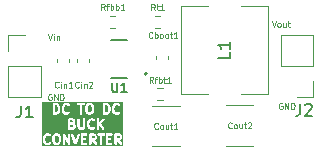
<source format=gbr>
%TF.GenerationSoftware,KiCad,Pcbnew,9.0.2*%
%TF.CreationDate,2025-09-11T23:54:02+05:30*%
%TF.ProjectId,DC_BUCK_CONVERTER,44435f42-5543-44b5-9f43-4f4e56455254,rev?*%
%TF.SameCoordinates,Original*%
%TF.FileFunction,Legend,Top*%
%TF.FilePolarity,Positive*%
%FSLAX46Y46*%
G04 Gerber Fmt 4.6, Leading zero omitted, Abs format (unit mm)*
G04 Created by KiCad (PCBNEW 9.0.2) date 2025-09-11 23:54:02*
%MOMM*%
%LPD*%
G01*
G04 APERTURE LIST*
%ADD10C,0.200000*%
%ADD11C,0.125000*%
%ADD12C,0.100000*%
%ADD13C,0.150000*%
%ADD14C,0.120000*%
%ADD15C,0.127000*%
G04 APERTURE END LIST*
D10*
G36*
X151997907Y-88561976D02*
G01*
X152043036Y-88607105D01*
X152071428Y-88720670D01*
X152071428Y-88962718D01*
X152043036Y-89076283D01*
X151997905Y-89121414D01*
X151957345Y-89141695D01*
X151852178Y-89141695D01*
X151811615Y-89121413D01*
X151766486Y-89076284D01*
X151738094Y-88962717D01*
X151738094Y-88720671D01*
X151766485Y-88607106D01*
X151811616Y-88561975D01*
X151852178Y-88541695D01*
X151957345Y-88541695D01*
X151997907Y-88561976D01*
G37*
G36*
X155083619Y-88561975D02*
G01*
X155098766Y-88577121D01*
X155119047Y-88617683D01*
X155119047Y-88684753D01*
X155098766Y-88725315D01*
X155083619Y-88740461D01*
X155043059Y-88760742D01*
X154861904Y-88760742D01*
X154861904Y-88541695D01*
X155043059Y-88541695D01*
X155083619Y-88561975D01*
G37*
G36*
X157216953Y-88561975D02*
G01*
X157232100Y-88577121D01*
X157252381Y-88617683D01*
X157252381Y-88684753D01*
X157232100Y-88725315D01*
X157216953Y-88740461D01*
X157176393Y-88760742D01*
X156995238Y-88760742D01*
X156995238Y-88541695D01*
X157176393Y-88541695D01*
X157216953Y-88561975D01*
G37*
G36*
X153298360Y-87660188D02*
G01*
X153308292Y-87670120D01*
X153328572Y-87710679D01*
X153328572Y-87777752D01*
X153308292Y-87818311D01*
X153293143Y-87833460D01*
X153252584Y-87853740D01*
X153071429Y-87853740D01*
X153071429Y-87634692D01*
X153221868Y-87634692D01*
X153298360Y-87660188D01*
G37*
G36*
X153255049Y-87274020D02*
G01*
X153270195Y-87289165D01*
X153290476Y-87329727D01*
X153290476Y-87358704D01*
X153270195Y-87399266D01*
X153255049Y-87414411D01*
X153214488Y-87434692D01*
X153071429Y-87434692D01*
X153071429Y-87253740D01*
X153214488Y-87253740D01*
X153255049Y-87274020D01*
G37*
G36*
X151907885Y-85991282D02*
G01*
X151955909Y-86039306D01*
X151981838Y-86091164D01*
X152014286Y-86220952D01*
X152014286Y-86310617D01*
X151981838Y-86440404D01*
X151955908Y-86492264D01*
X151907886Y-86540287D01*
X151831392Y-86565785D01*
X151757143Y-86565785D01*
X151757143Y-85965785D01*
X151831392Y-85965785D01*
X151907885Y-85991282D01*
G37*
G36*
X154797908Y-85986066D02*
G01*
X154843037Y-86031195D01*
X154871429Y-86144760D01*
X154871429Y-86386808D01*
X154843037Y-86500373D01*
X154797906Y-86545504D01*
X154757346Y-86565785D01*
X154652179Y-86565785D01*
X154611616Y-86545503D01*
X154566487Y-86500374D01*
X154538095Y-86386807D01*
X154538095Y-86144761D01*
X154566486Y-86031196D01*
X154611617Y-85986065D01*
X154652179Y-85965785D01*
X154757346Y-85965785D01*
X154797908Y-85986066D01*
G37*
G36*
X156174552Y-85991282D02*
G01*
X156222576Y-86039306D01*
X156248505Y-86091164D01*
X156280953Y-86220952D01*
X156280953Y-86310617D01*
X156248505Y-86440404D01*
X156222575Y-86492264D01*
X156174553Y-86540287D01*
X156098059Y-86565785D01*
X156023810Y-86565785D01*
X156023810Y-85965785D01*
X156098059Y-85965785D01*
X156174552Y-85991282D01*
G37*
G36*
X157552381Y-89441695D02*
G01*
X150638094Y-89441695D01*
X150638094Y-88784552D01*
X150738094Y-88784552D01*
X150738094Y-88898838D01*
X150738429Y-88902241D01*
X150738212Y-88903700D01*
X150739291Y-88910998D01*
X150740015Y-88918347D01*
X150740579Y-88919710D01*
X150741080Y-88923092D01*
X150779176Y-89075473D01*
X150779689Y-89076911D01*
X150779741Y-89077632D01*
X150782844Y-89085742D01*
X150785771Y-89093934D01*
X150786201Y-89094515D01*
X150786747Y-89095940D01*
X150824842Y-89172130D01*
X150830125Y-89180524D01*
X150831137Y-89182966D01*
X150833391Y-89185713D01*
X150835285Y-89188721D01*
X150837281Y-89190452D01*
X150843574Y-89198119D01*
X150919764Y-89274310D01*
X150934917Y-89286747D01*
X150938236Y-89288122D01*
X150940952Y-89290477D01*
X150958852Y-89298468D01*
X151073139Y-89336563D01*
X151082809Y-89338762D01*
X151085252Y-89339774D01*
X151088791Y-89340122D01*
X151092254Y-89340910D01*
X151094887Y-89340722D01*
X151104761Y-89341695D01*
X151180952Y-89341695D01*
X151190825Y-89340722D01*
X151193459Y-89340910D01*
X151196922Y-89340122D01*
X151200461Y-89339774D01*
X151202903Y-89338762D01*
X151212575Y-89336563D01*
X151326860Y-89298468D01*
X151344760Y-89290477D01*
X151347475Y-89288121D01*
X151350794Y-89286747D01*
X151365948Y-89274311D01*
X151404044Y-89236215D01*
X151416480Y-89221061D01*
X151431412Y-89185013D01*
X151431412Y-89145995D01*
X151416480Y-89109947D01*
X151388890Y-89082357D01*
X151352842Y-89067425D01*
X151313824Y-89067425D01*
X151277776Y-89082357D01*
X151262622Y-89094793D01*
X151241217Y-89116197D01*
X151164725Y-89141695D01*
X151120988Y-89141695D01*
X151044493Y-89116197D01*
X150996471Y-89068174D01*
X150970541Y-89016314D01*
X150938094Y-88886527D01*
X150938094Y-88796862D01*
X150960219Y-88708361D01*
X151538094Y-88708361D01*
X151538094Y-88975028D01*
X151538429Y-88978431D01*
X151538212Y-88979890D01*
X151539291Y-88987188D01*
X151540015Y-88994537D01*
X151540579Y-88995900D01*
X151541080Y-88999282D01*
X151579176Y-89151663D01*
X151585771Y-89170124D01*
X151590197Y-89176097D01*
X151593042Y-89182966D01*
X151605479Y-89198119D01*
X151681669Y-89274310D01*
X151689338Y-89280604D01*
X151691069Y-89282600D01*
X151694074Y-89284491D01*
X151696822Y-89286747D01*
X151699263Y-89287758D01*
X151707659Y-89293043D01*
X151783850Y-89331138D01*
X151802159Y-89338144D01*
X151805741Y-89338398D01*
X151809062Y-89339774D01*
X151828571Y-89341695D01*
X151980952Y-89341695D01*
X152000461Y-89339774D01*
X152003781Y-89338398D01*
X152007365Y-89338144D01*
X152025673Y-89331138D01*
X152101863Y-89293043D01*
X152110261Y-89287756D01*
X152112699Y-89286747D01*
X152115442Y-89284495D01*
X152118454Y-89282600D01*
X152120186Y-89280602D01*
X152127853Y-89274311D01*
X152204043Y-89198120D01*
X152216480Y-89182967D01*
X152219325Y-89176097D01*
X152223752Y-89170123D01*
X152230347Y-89151662D01*
X152268442Y-88999281D01*
X152268941Y-88995901D01*
X152269507Y-88994537D01*
X152270230Y-88987185D01*
X152271310Y-88979889D01*
X152271092Y-88978430D01*
X152271428Y-88975028D01*
X152271428Y-88708361D01*
X152271092Y-88704958D01*
X152271310Y-88703500D01*
X152270230Y-88696203D01*
X152269507Y-88688852D01*
X152268941Y-88687487D01*
X152268442Y-88684108D01*
X152230347Y-88531727D01*
X152223752Y-88513266D01*
X152219325Y-88507292D01*
X152216480Y-88500422D01*
X152204043Y-88485269D01*
X152160468Y-88441695D01*
X152414285Y-88441695D01*
X152414285Y-89241695D01*
X152416206Y-89261204D01*
X152431138Y-89297252D01*
X152458728Y-89324842D01*
X152494776Y-89339774D01*
X152533794Y-89339774D01*
X152569842Y-89324842D01*
X152597432Y-89297252D01*
X152612364Y-89261204D01*
X152614285Y-89241695D01*
X152614285Y-88818250D01*
X152884604Y-89291309D01*
X152887522Y-89295419D01*
X152888281Y-89297252D01*
X152890147Y-89299118D01*
X152895951Y-89307294D01*
X152906465Y-89315436D01*
X152915871Y-89324842D01*
X152921761Y-89327281D01*
X152926800Y-89331184D01*
X152939627Y-89334682D01*
X152951919Y-89339774D01*
X152958295Y-89339774D01*
X152964444Y-89341451D01*
X152977637Y-89339774D01*
X152990937Y-89339774D01*
X152996825Y-89337334D01*
X153003150Y-89336531D01*
X153014699Y-89329930D01*
X153026985Y-89324842D01*
X153031492Y-89320334D01*
X153037027Y-89317172D01*
X153045169Y-89306657D01*
X153054575Y-89297252D01*
X153057014Y-89291361D01*
X153060917Y-89286323D01*
X153064415Y-89273494D01*
X153069507Y-89261204D01*
X153070489Y-89251226D01*
X153071184Y-89248680D01*
X153070933Y-89246712D01*
X153071428Y-89241695D01*
X153071428Y-88454202D01*
X153138879Y-88454202D01*
X153143226Y-88473318D01*
X153409893Y-89273318D01*
X153417884Y-89291218D01*
X153422567Y-89296617D01*
X153425762Y-89303007D01*
X153435233Y-89311222D01*
X153443449Y-89320694D01*
X153449838Y-89323888D01*
X153455238Y-89328572D01*
X153467135Y-89332537D01*
X153478348Y-89338144D01*
X153485475Y-89338650D01*
X153492254Y-89340910D01*
X153504761Y-89340021D01*
X153517268Y-89340910D01*
X153524046Y-89338650D01*
X153531174Y-89338144D01*
X153542390Y-89332535D01*
X153554284Y-89328571D01*
X153559681Y-89323890D01*
X153566073Y-89320694D01*
X153574291Y-89311218D01*
X153583760Y-89303006D01*
X153586953Y-89296619D01*
X153591638Y-89291218D01*
X153599629Y-89273318D01*
X153866295Y-88473318D01*
X153870642Y-88454202D01*
X153869753Y-88441695D01*
X153938094Y-88441695D01*
X153938094Y-89241695D01*
X153940015Y-89261204D01*
X153954947Y-89297252D01*
X153982537Y-89324842D01*
X154018585Y-89339774D01*
X154038094Y-89341695D01*
X154419046Y-89341695D01*
X154438555Y-89339774D01*
X154474603Y-89324842D01*
X154502193Y-89297252D01*
X154517125Y-89261204D01*
X154517125Y-89222186D01*
X154502193Y-89186138D01*
X154474603Y-89158548D01*
X154438555Y-89143616D01*
X154419046Y-89141695D01*
X154138094Y-89141695D01*
X154138094Y-88922647D01*
X154304760Y-88922647D01*
X154324269Y-88920726D01*
X154360317Y-88905794D01*
X154387907Y-88878204D01*
X154402839Y-88842156D01*
X154402839Y-88803138D01*
X154387907Y-88767090D01*
X154360317Y-88739500D01*
X154324269Y-88724568D01*
X154304760Y-88722647D01*
X154138094Y-88722647D01*
X154138094Y-88541695D01*
X154419046Y-88541695D01*
X154438555Y-88539774D01*
X154474603Y-88524842D01*
X154502193Y-88497252D01*
X154517125Y-88461204D01*
X154517125Y-88441695D01*
X154661904Y-88441695D01*
X154661904Y-89241695D01*
X154663825Y-89261204D01*
X154678757Y-89297252D01*
X154706347Y-89324842D01*
X154742395Y-89339774D01*
X154781413Y-89339774D01*
X154817461Y-89324842D01*
X154845051Y-89297252D01*
X154859983Y-89261204D01*
X154861904Y-89241695D01*
X154861904Y-88960742D01*
X154900315Y-88960742D01*
X155137124Y-89299041D01*
X155149885Y-89313922D01*
X155182790Y-89334890D01*
X155221214Y-89341671D01*
X155259309Y-89333232D01*
X155291274Y-89310857D01*
X155312243Y-89277952D01*
X155319023Y-89239527D01*
X155310584Y-89201433D01*
X155300970Y-89184349D01*
X155130400Y-88940678D01*
X155187577Y-88912090D01*
X155195975Y-88906803D01*
X155198413Y-88905794D01*
X155201156Y-88903542D01*
X155204168Y-88901647D01*
X155205900Y-88899649D01*
X155213567Y-88893358D01*
X155251661Y-88855263D01*
X155257953Y-88847596D01*
X155259951Y-88845864D01*
X155261844Y-88842855D01*
X155264098Y-88840110D01*
X155265108Y-88837669D01*
X155270393Y-88829274D01*
X155308489Y-88753083D01*
X155315496Y-88734775D01*
X155315750Y-88731189D01*
X155317126Y-88727870D01*
X155319047Y-88708361D01*
X155319047Y-88594076D01*
X155317126Y-88574567D01*
X155315750Y-88571247D01*
X155315496Y-88567662D01*
X155308489Y-88549354D01*
X155270393Y-88473163D01*
X155265108Y-88464767D01*
X155264098Y-88462327D01*
X155261844Y-88459581D01*
X155259951Y-88456573D01*
X155257953Y-88454840D01*
X155251661Y-88447174D01*
X155226674Y-88422186D01*
X155349539Y-88422186D01*
X155349539Y-88461204D01*
X155364471Y-88497252D01*
X155392061Y-88524842D01*
X155428109Y-88539774D01*
X155447618Y-88541695D01*
X155576189Y-88541695D01*
X155576189Y-89241695D01*
X155578110Y-89261204D01*
X155593042Y-89297252D01*
X155620632Y-89324842D01*
X155656680Y-89339774D01*
X155695698Y-89339774D01*
X155731746Y-89324842D01*
X155759336Y-89297252D01*
X155774268Y-89261204D01*
X155776189Y-89241695D01*
X155776189Y-88541695D01*
X155904761Y-88541695D01*
X155924270Y-88539774D01*
X155960318Y-88524842D01*
X155987908Y-88497252D01*
X156002840Y-88461204D01*
X156002840Y-88441695D01*
X156071428Y-88441695D01*
X156071428Y-89241695D01*
X156073349Y-89261204D01*
X156088281Y-89297252D01*
X156115871Y-89324842D01*
X156151919Y-89339774D01*
X156171428Y-89341695D01*
X156552380Y-89341695D01*
X156571889Y-89339774D01*
X156607937Y-89324842D01*
X156635527Y-89297252D01*
X156650459Y-89261204D01*
X156650459Y-89222186D01*
X156635527Y-89186138D01*
X156607937Y-89158548D01*
X156571889Y-89143616D01*
X156552380Y-89141695D01*
X156271428Y-89141695D01*
X156271428Y-88922647D01*
X156438094Y-88922647D01*
X156457603Y-88920726D01*
X156493651Y-88905794D01*
X156521241Y-88878204D01*
X156536173Y-88842156D01*
X156536173Y-88803138D01*
X156521241Y-88767090D01*
X156493651Y-88739500D01*
X156457603Y-88724568D01*
X156438094Y-88722647D01*
X156271428Y-88722647D01*
X156271428Y-88541695D01*
X156552380Y-88541695D01*
X156571889Y-88539774D01*
X156607937Y-88524842D01*
X156635527Y-88497252D01*
X156650459Y-88461204D01*
X156650459Y-88441695D01*
X156795238Y-88441695D01*
X156795238Y-89241695D01*
X156797159Y-89261204D01*
X156812091Y-89297252D01*
X156839681Y-89324842D01*
X156875729Y-89339774D01*
X156914747Y-89339774D01*
X156950795Y-89324842D01*
X156978385Y-89297252D01*
X156993317Y-89261204D01*
X156995238Y-89241695D01*
X156995238Y-88960742D01*
X157033649Y-88960742D01*
X157270458Y-89299041D01*
X157283219Y-89313922D01*
X157316124Y-89334890D01*
X157354548Y-89341671D01*
X157392643Y-89333232D01*
X157424608Y-89310857D01*
X157445577Y-89277952D01*
X157452357Y-89239527D01*
X157443918Y-89201433D01*
X157434304Y-89184349D01*
X157263734Y-88940678D01*
X157320911Y-88912090D01*
X157329309Y-88906803D01*
X157331747Y-88905794D01*
X157334490Y-88903542D01*
X157337502Y-88901647D01*
X157339234Y-88899649D01*
X157346901Y-88893358D01*
X157384995Y-88855263D01*
X157391287Y-88847596D01*
X157393285Y-88845864D01*
X157395178Y-88842855D01*
X157397432Y-88840110D01*
X157398442Y-88837669D01*
X157403727Y-88829274D01*
X157441823Y-88753083D01*
X157448830Y-88734775D01*
X157449084Y-88731189D01*
X157450460Y-88727870D01*
X157452381Y-88708361D01*
X157452381Y-88594076D01*
X157450460Y-88574567D01*
X157449084Y-88571247D01*
X157448830Y-88567662D01*
X157441823Y-88549354D01*
X157403727Y-88473163D01*
X157398442Y-88464767D01*
X157397432Y-88462327D01*
X157395178Y-88459581D01*
X157393285Y-88456573D01*
X157391287Y-88454840D01*
X157384995Y-88447174D01*
X157346901Y-88409079D01*
X157339234Y-88402787D01*
X157337502Y-88400790D01*
X157334490Y-88398894D01*
X157331747Y-88396643D01*
X157329309Y-88395633D01*
X157320911Y-88390347D01*
X157244721Y-88352252D01*
X157226413Y-88345246D01*
X157222829Y-88344991D01*
X157219509Y-88343616D01*
X157200000Y-88341695D01*
X156895238Y-88341695D01*
X156875729Y-88343616D01*
X156839681Y-88358548D01*
X156812091Y-88386138D01*
X156797159Y-88422186D01*
X156795238Y-88441695D01*
X156650459Y-88441695D01*
X156650459Y-88422186D01*
X156635527Y-88386138D01*
X156607937Y-88358548D01*
X156571889Y-88343616D01*
X156552380Y-88341695D01*
X156171428Y-88341695D01*
X156151919Y-88343616D01*
X156115871Y-88358548D01*
X156088281Y-88386138D01*
X156073349Y-88422186D01*
X156071428Y-88441695D01*
X156002840Y-88441695D01*
X156002840Y-88422186D01*
X155987908Y-88386138D01*
X155960318Y-88358548D01*
X155924270Y-88343616D01*
X155904761Y-88341695D01*
X155447618Y-88341695D01*
X155428109Y-88343616D01*
X155392061Y-88358548D01*
X155364471Y-88386138D01*
X155349539Y-88422186D01*
X155226674Y-88422186D01*
X155213567Y-88409079D01*
X155205900Y-88402787D01*
X155204168Y-88400790D01*
X155201156Y-88398894D01*
X155198413Y-88396643D01*
X155195975Y-88395633D01*
X155187577Y-88390347D01*
X155111387Y-88352252D01*
X155093079Y-88345246D01*
X155089495Y-88344991D01*
X155086175Y-88343616D01*
X155066666Y-88341695D01*
X154761904Y-88341695D01*
X154742395Y-88343616D01*
X154706347Y-88358548D01*
X154678757Y-88386138D01*
X154663825Y-88422186D01*
X154661904Y-88441695D01*
X154517125Y-88441695D01*
X154517125Y-88422186D01*
X154502193Y-88386138D01*
X154474603Y-88358548D01*
X154438555Y-88343616D01*
X154419046Y-88341695D01*
X154038094Y-88341695D01*
X154018585Y-88343616D01*
X153982537Y-88358548D01*
X153954947Y-88386138D01*
X153940015Y-88422186D01*
X153938094Y-88441695D01*
X153869753Y-88441695D01*
X153867876Y-88415282D01*
X153850426Y-88380383D01*
X153820950Y-88354818D01*
X153783934Y-88342480D01*
X153745014Y-88345246D01*
X153710115Y-88362695D01*
X153684550Y-88392172D01*
X153676559Y-88410072D01*
X153504760Y-88925467D01*
X153332962Y-88410072D01*
X153324971Y-88392172D01*
X153299405Y-88362696D01*
X153264507Y-88345246D01*
X153225587Y-88342480D01*
X153188571Y-88354818D01*
X153159095Y-88380384D01*
X153141645Y-88415282D01*
X153138879Y-88454202D01*
X153071428Y-88454202D01*
X153071428Y-88441695D01*
X153069507Y-88422186D01*
X153054575Y-88386138D01*
X153026985Y-88358548D01*
X152990937Y-88343616D01*
X152951919Y-88343616D01*
X152915871Y-88358548D01*
X152888281Y-88386138D01*
X152873349Y-88422186D01*
X152871428Y-88441695D01*
X152871428Y-88865139D01*
X152601109Y-88392081D01*
X152598190Y-88387970D01*
X152597432Y-88386138D01*
X152595565Y-88384271D01*
X152589762Y-88376096D01*
X152579247Y-88367953D01*
X152569842Y-88358548D01*
X152563951Y-88356108D01*
X152558913Y-88352206D01*
X152546084Y-88348707D01*
X152533794Y-88343616D01*
X152527419Y-88343616D01*
X152521270Y-88341939D01*
X152508077Y-88343616D01*
X152494776Y-88343616D01*
X152488887Y-88346055D01*
X152482563Y-88346859D01*
X152471013Y-88353459D01*
X152458728Y-88358548D01*
X152454220Y-88363055D01*
X152448686Y-88366218D01*
X152440543Y-88376732D01*
X152431138Y-88386138D01*
X152428698Y-88392028D01*
X152424796Y-88397067D01*
X152421297Y-88409895D01*
X152416206Y-88422186D01*
X152415223Y-88432163D01*
X152414529Y-88434710D01*
X152414779Y-88436677D01*
X152414285Y-88441695D01*
X152160468Y-88441695D01*
X152127852Y-88409079D01*
X152120185Y-88402786D01*
X152118454Y-88400790D01*
X152115446Y-88398896D01*
X152112699Y-88396642D01*
X152110257Y-88395630D01*
X152101863Y-88390347D01*
X152025673Y-88352252D01*
X152007365Y-88345246D01*
X152003781Y-88344991D01*
X152000461Y-88343616D01*
X151980952Y-88341695D01*
X151828571Y-88341695D01*
X151809062Y-88343616D01*
X151805741Y-88344991D01*
X151802159Y-88345246D01*
X151783850Y-88352252D01*
X151707659Y-88390347D01*
X151699262Y-88395632D01*
X151696823Y-88396643D01*
X151694076Y-88398896D01*
X151691069Y-88400790D01*
X151689338Y-88402784D01*
X151681669Y-88409079D01*
X151605479Y-88485269D01*
X151593043Y-88500423D01*
X151590198Y-88507289D01*
X151585771Y-88513265D01*
X151579176Y-88531726D01*
X151541080Y-88684107D01*
X151540579Y-88687488D01*
X151540015Y-88688852D01*
X151539291Y-88696200D01*
X151538212Y-88703499D01*
X151538429Y-88704957D01*
X151538094Y-88708361D01*
X150960219Y-88708361D01*
X150970541Y-88667074D01*
X150996470Y-88615216D01*
X151044494Y-88567192D01*
X151120988Y-88541695D01*
X151164725Y-88541695D01*
X151241218Y-88567192D01*
X151262623Y-88588596D01*
X151277777Y-88601033D01*
X151313825Y-88615964D01*
X151352843Y-88615963D01*
X151388891Y-88601031D01*
X151416481Y-88573441D01*
X151431412Y-88537393D01*
X151431411Y-88498375D01*
X151416479Y-88462326D01*
X151404043Y-88447173D01*
X151365947Y-88409078D01*
X151350793Y-88396642D01*
X151347474Y-88395267D01*
X151344760Y-88392913D01*
X151326860Y-88384922D01*
X151212575Y-88346827D01*
X151202903Y-88344627D01*
X151200461Y-88343616D01*
X151196922Y-88343267D01*
X151193459Y-88342480D01*
X151190825Y-88342667D01*
X151180952Y-88341695D01*
X151104761Y-88341695D01*
X151094887Y-88342667D01*
X151092254Y-88342480D01*
X151088791Y-88343267D01*
X151085252Y-88343616D01*
X151082809Y-88344627D01*
X151073139Y-88346827D01*
X150958852Y-88384922D01*
X150940952Y-88392913D01*
X150938236Y-88395268D01*
X150934918Y-88396643D01*
X150919764Y-88409079D01*
X150843574Y-88485269D01*
X150837279Y-88492938D01*
X150835285Y-88494669D01*
X150833391Y-88497676D01*
X150831138Y-88500423D01*
X150830127Y-88502862D01*
X150824842Y-88511259D01*
X150786747Y-88587450D01*
X150786201Y-88588874D01*
X150785771Y-88589456D01*
X150782841Y-88597656D01*
X150779741Y-88605759D01*
X150779689Y-88606478D01*
X150779176Y-88607917D01*
X150741080Y-88760298D01*
X150740579Y-88763679D01*
X150740015Y-88765043D01*
X150739291Y-88772391D01*
X150738212Y-88779690D01*
X150738429Y-88781148D01*
X150738094Y-88784552D01*
X150638094Y-88784552D01*
X150638094Y-87153740D01*
X152871429Y-87153740D01*
X152871429Y-87953740D01*
X152873350Y-87973249D01*
X152888282Y-88009297D01*
X152915872Y-88036887D01*
X152951920Y-88051819D01*
X152971429Y-88053740D01*
X153276191Y-88053740D01*
X153295700Y-88051819D01*
X153299020Y-88050443D01*
X153302604Y-88050189D01*
X153320912Y-88043183D01*
X153397102Y-88005088D01*
X153405498Y-87999802D01*
X153407939Y-87998792D01*
X153410684Y-87996538D01*
X153413693Y-87994645D01*
X153415424Y-87992648D01*
X153423093Y-87986355D01*
X153461187Y-87948259D01*
X153467479Y-87940591D01*
X153469475Y-87938861D01*
X153471367Y-87935854D01*
X153473624Y-87933105D01*
X153474635Y-87930662D01*
X153479918Y-87922271D01*
X153518014Y-87846082D01*
X153525021Y-87827773D01*
X153525275Y-87824187D01*
X153526651Y-87820868D01*
X153528572Y-87801359D01*
X153528572Y-87687073D01*
X153526651Y-87667564D01*
X153525275Y-87664244D01*
X153525021Y-87660659D01*
X153518014Y-87642350D01*
X153479918Y-87566161D01*
X153474635Y-87557769D01*
X153473624Y-87555327D01*
X153471367Y-87552577D01*
X153469475Y-87549571D01*
X153467479Y-87547840D01*
X153461187Y-87540173D01*
X153435323Y-87514308D01*
X153435528Y-87514060D01*
X153436539Y-87511618D01*
X153441824Y-87503223D01*
X153479919Y-87427032D01*
X153486925Y-87408723D01*
X153487179Y-87405140D01*
X153488555Y-87401820D01*
X153490476Y-87382311D01*
X153490476Y-87306121D01*
X153488555Y-87286612D01*
X153487179Y-87283291D01*
X153486925Y-87279709D01*
X153479919Y-87261400D01*
X153441824Y-87185209D01*
X153436539Y-87176813D01*
X153435528Y-87174372D01*
X153433272Y-87171624D01*
X153431381Y-87168619D01*
X153429385Y-87166888D01*
X153423091Y-87159219D01*
X153417612Y-87153740D01*
X153671429Y-87153740D01*
X153671429Y-87801359D01*
X153673350Y-87820868D01*
X153674725Y-87824188D01*
X153674980Y-87827772D01*
X153681986Y-87846080D01*
X153720081Y-87922270D01*
X153725365Y-87930666D01*
X153726376Y-87933105D01*
X153728629Y-87935850D01*
X153730524Y-87938861D01*
X153732520Y-87940592D01*
X153738812Y-87948259D01*
X153776907Y-87986355D01*
X153784578Y-87992651D01*
X153786308Y-87994645D01*
X153789313Y-87996536D01*
X153792060Y-87998791D01*
X153794500Y-87999801D01*
X153802898Y-88005088D01*
X153879089Y-88043183D01*
X153897398Y-88050189D01*
X153900980Y-88050443D01*
X153904301Y-88051819D01*
X153923810Y-88053740D01*
X154076191Y-88053740D01*
X154095700Y-88051819D01*
X154099020Y-88050443D01*
X154102604Y-88050189D01*
X154120912Y-88043183D01*
X154197102Y-88005088D01*
X154205498Y-87999802D01*
X154207939Y-87998792D01*
X154210684Y-87996538D01*
X154213693Y-87994645D01*
X154215424Y-87992648D01*
X154223093Y-87986355D01*
X154261187Y-87948259D01*
X154267479Y-87940591D01*
X154269475Y-87938861D01*
X154271367Y-87935854D01*
X154273624Y-87933105D01*
X154274635Y-87930662D01*
X154279918Y-87922271D01*
X154318014Y-87846082D01*
X154325021Y-87827773D01*
X154325275Y-87824187D01*
X154326651Y-87820868D01*
X154328572Y-87801359D01*
X154328572Y-87496597D01*
X154471428Y-87496597D01*
X154471428Y-87610883D01*
X154471763Y-87614286D01*
X154471546Y-87615745D01*
X154472625Y-87623043D01*
X154473349Y-87630392D01*
X154473913Y-87631755D01*
X154474414Y-87635137D01*
X154512510Y-87787518D01*
X154513023Y-87788956D01*
X154513075Y-87789677D01*
X154516178Y-87797787D01*
X154519105Y-87805979D01*
X154519535Y-87806560D01*
X154520081Y-87807985D01*
X154558176Y-87884175D01*
X154563459Y-87892569D01*
X154564471Y-87895011D01*
X154566725Y-87897758D01*
X154568619Y-87900766D01*
X154570615Y-87902497D01*
X154576908Y-87910164D01*
X154653098Y-87986355D01*
X154668251Y-87998792D01*
X154671570Y-88000167D01*
X154674286Y-88002522D01*
X154692186Y-88010513D01*
X154806473Y-88048608D01*
X154816143Y-88050807D01*
X154818586Y-88051819D01*
X154822125Y-88052167D01*
X154825588Y-88052955D01*
X154828221Y-88052767D01*
X154838095Y-88053740D01*
X154914286Y-88053740D01*
X154924159Y-88052767D01*
X154926793Y-88052955D01*
X154930256Y-88052167D01*
X154933795Y-88051819D01*
X154936237Y-88050807D01*
X154945909Y-88048608D01*
X155060194Y-88010513D01*
X155078094Y-88002522D01*
X155080809Y-88000166D01*
X155084128Y-87998792D01*
X155099282Y-87986356D01*
X155137378Y-87948260D01*
X155149814Y-87933106D01*
X155164746Y-87897058D01*
X155164746Y-87858040D01*
X155149814Y-87821992D01*
X155122224Y-87794402D01*
X155086176Y-87779470D01*
X155047158Y-87779470D01*
X155011110Y-87794402D01*
X154995956Y-87806838D01*
X154974551Y-87828242D01*
X154898059Y-87853740D01*
X154854322Y-87853740D01*
X154777827Y-87828242D01*
X154729805Y-87780219D01*
X154703875Y-87728359D01*
X154671428Y-87598572D01*
X154671428Y-87508907D01*
X154703875Y-87379119D01*
X154729804Y-87327261D01*
X154777828Y-87279237D01*
X154854322Y-87253740D01*
X154898059Y-87253740D01*
X154974552Y-87279237D01*
X154995957Y-87300641D01*
X155011111Y-87313078D01*
X155047159Y-87328009D01*
X155086177Y-87328008D01*
X155122225Y-87313076D01*
X155149815Y-87285486D01*
X155164746Y-87249438D01*
X155164745Y-87210420D01*
X155149813Y-87174371D01*
X155137377Y-87159218D01*
X155131899Y-87153740D01*
X155309524Y-87153740D01*
X155309524Y-87953740D01*
X155311445Y-87973249D01*
X155326377Y-88009297D01*
X155353967Y-88036887D01*
X155390015Y-88051819D01*
X155429033Y-88051819D01*
X155465081Y-88036887D01*
X155492671Y-88009297D01*
X155507603Y-87973249D01*
X155509524Y-87953740D01*
X155509524Y-87652305D01*
X155512990Y-87648838D01*
X155786667Y-88013740D01*
X155799909Y-88028195D01*
X155833484Y-88048074D01*
X155872110Y-88053592D01*
X155909907Y-88043908D01*
X155941122Y-88020498D01*
X155961001Y-87986923D01*
X155966519Y-87948297D01*
X155956835Y-87910500D01*
X155946667Y-87893740D01*
X155655847Y-87505981D01*
X155937378Y-87224451D01*
X155949814Y-87209297D01*
X155964746Y-87173249D01*
X155964746Y-87134231D01*
X155949814Y-87098183D01*
X155922224Y-87070593D01*
X155886176Y-87055661D01*
X155847158Y-87055661D01*
X155811110Y-87070593D01*
X155795956Y-87083029D01*
X155509524Y-87369461D01*
X155509524Y-87153740D01*
X155507603Y-87134231D01*
X155492671Y-87098183D01*
X155465081Y-87070593D01*
X155429033Y-87055661D01*
X155390015Y-87055661D01*
X155353967Y-87070593D01*
X155326377Y-87098183D01*
X155311445Y-87134231D01*
X155309524Y-87153740D01*
X155131899Y-87153740D01*
X155099281Y-87121123D01*
X155084127Y-87108687D01*
X155080808Y-87107312D01*
X155078094Y-87104958D01*
X155060194Y-87096967D01*
X154945909Y-87058872D01*
X154936237Y-87056672D01*
X154933795Y-87055661D01*
X154930256Y-87055312D01*
X154926793Y-87054525D01*
X154924159Y-87054712D01*
X154914286Y-87053740D01*
X154838095Y-87053740D01*
X154828221Y-87054712D01*
X154825588Y-87054525D01*
X154822125Y-87055312D01*
X154818586Y-87055661D01*
X154816143Y-87056672D01*
X154806473Y-87058872D01*
X154692186Y-87096967D01*
X154674286Y-87104958D01*
X154671570Y-87107313D01*
X154668252Y-87108688D01*
X154653098Y-87121124D01*
X154576908Y-87197314D01*
X154570613Y-87204983D01*
X154568619Y-87206714D01*
X154566725Y-87209721D01*
X154564472Y-87212468D01*
X154563461Y-87214907D01*
X154558176Y-87223304D01*
X154520081Y-87299495D01*
X154519535Y-87300919D01*
X154519105Y-87301501D01*
X154516175Y-87309701D01*
X154513075Y-87317804D01*
X154513023Y-87318523D01*
X154512510Y-87319962D01*
X154474414Y-87472343D01*
X154473913Y-87475724D01*
X154473349Y-87477088D01*
X154472625Y-87484436D01*
X154471546Y-87491735D01*
X154471763Y-87493193D01*
X154471428Y-87496597D01*
X154328572Y-87496597D01*
X154328572Y-87153740D01*
X154326651Y-87134231D01*
X154311719Y-87098183D01*
X154284129Y-87070593D01*
X154248081Y-87055661D01*
X154209063Y-87055661D01*
X154173015Y-87070593D01*
X154145425Y-87098183D01*
X154130493Y-87134231D01*
X154128572Y-87153740D01*
X154128572Y-87777752D01*
X154108292Y-87818311D01*
X154093143Y-87833460D01*
X154052584Y-87853740D01*
X153947417Y-87853740D01*
X153906855Y-87833459D01*
X153891709Y-87818313D01*
X153871429Y-87777752D01*
X153871429Y-87153740D01*
X153869508Y-87134231D01*
X153854576Y-87098183D01*
X153826986Y-87070593D01*
X153790938Y-87055661D01*
X153751920Y-87055661D01*
X153715872Y-87070593D01*
X153688282Y-87098183D01*
X153673350Y-87134231D01*
X153671429Y-87153740D01*
X153417612Y-87153740D01*
X153384997Y-87121124D01*
X153377327Y-87114829D01*
X153375597Y-87112835D01*
X153372589Y-87110941D01*
X153369843Y-87108688D01*
X153367403Y-87107677D01*
X153359007Y-87102392D01*
X153282816Y-87064297D01*
X153264507Y-87057291D01*
X153260924Y-87057036D01*
X153257604Y-87055661D01*
X153238095Y-87053740D01*
X152971429Y-87053740D01*
X152951920Y-87055661D01*
X152915872Y-87070593D01*
X152888282Y-87098183D01*
X152873350Y-87134231D01*
X152871429Y-87153740D01*
X150638094Y-87153740D01*
X150638094Y-85865785D01*
X151557143Y-85865785D01*
X151557143Y-86665785D01*
X151559064Y-86685294D01*
X151573996Y-86721342D01*
X151601586Y-86748932D01*
X151637634Y-86763864D01*
X151657143Y-86765785D01*
X151847619Y-86765785D01*
X151857492Y-86764812D01*
X151860126Y-86765000D01*
X151863589Y-86764212D01*
X151867128Y-86763864D01*
X151869570Y-86762852D01*
X151879242Y-86760653D01*
X151993528Y-86722558D01*
X152011428Y-86714567D01*
X152014143Y-86712212D01*
X152017463Y-86710837D01*
X152032616Y-86698400D01*
X152108806Y-86622209D01*
X152115098Y-86614542D01*
X152117095Y-86612811D01*
X152118988Y-86609803D01*
X152121243Y-86607056D01*
X152122254Y-86604614D01*
X152127538Y-86596220D01*
X152165633Y-86520030D01*
X152166178Y-86518605D01*
X152166609Y-86518024D01*
X152169535Y-86509832D01*
X152172639Y-86501722D01*
X152172690Y-86501001D01*
X152173204Y-86499563D01*
X152211300Y-86347182D01*
X152211800Y-86343800D01*
X152212365Y-86342437D01*
X152213088Y-86335088D01*
X152214168Y-86327790D01*
X152213950Y-86326331D01*
X152214286Y-86322928D01*
X152214286Y-86208642D01*
X152319047Y-86208642D01*
X152319047Y-86322928D01*
X152319382Y-86326331D01*
X152319165Y-86327790D01*
X152320244Y-86335088D01*
X152320968Y-86342437D01*
X152321532Y-86343800D01*
X152322033Y-86347182D01*
X152360129Y-86499563D01*
X152360642Y-86501001D01*
X152360694Y-86501722D01*
X152363797Y-86509832D01*
X152366724Y-86518024D01*
X152367154Y-86518605D01*
X152367700Y-86520030D01*
X152405795Y-86596220D01*
X152411078Y-86604614D01*
X152412090Y-86607056D01*
X152414344Y-86609803D01*
X152416238Y-86612811D01*
X152418234Y-86614542D01*
X152424527Y-86622209D01*
X152500717Y-86698400D01*
X152515870Y-86710837D01*
X152519189Y-86712212D01*
X152521905Y-86714567D01*
X152539805Y-86722558D01*
X152654092Y-86760653D01*
X152663762Y-86762852D01*
X152666205Y-86763864D01*
X152669744Y-86764212D01*
X152673207Y-86765000D01*
X152675840Y-86764812D01*
X152685714Y-86765785D01*
X152761905Y-86765785D01*
X152771778Y-86764812D01*
X152774412Y-86765000D01*
X152777875Y-86764212D01*
X152781414Y-86763864D01*
X152783856Y-86762852D01*
X152793528Y-86760653D01*
X152907813Y-86722558D01*
X152925713Y-86714567D01*
X152928428Y-86712211D01*
X152931747Y-86710837D01*
X152946901Y-86698401D01*
X152984997Y-86660305D01*
X152997433Y-86645151D01*
X153012365Y-86609103D01*
X153012365Y-86570085D01*
X152997433Y-86534037D01*
X152969843Y-86506447D01*
X152933795Y-86491515D01*
X152894777Y-86491515D01*
X152858729Y-86506447D01*
X152843575Y-86518883D01*
X152822170Y-86540287D01*
X152745678Y-86565785D01*
X152701941Y-86565785D01*
X152625446Y-86540287D01*
X152577424Y-86492264D01*
X152551494Y-86440404D01*
X152519047Y-86310617D01*
X152519047Y-86220952D01*
X152551494Y-86091164D01*
X152577423Y-86039306D01*
X152625447Y-85991282D01*
X152701941Y-85965785D01*
X152745678Y-85965785D01*
X152822171Y-85991282D01*
X152843576Y-86012686D01*
X152858730Y-86025123D01*
X152894778Y-86040054D01*
X152933796Y-86040053D01*
X152969844Y-86025121D01*
X152997434Y-85997531D01*
X153012365Y-85961483D01*
X153012364Y-85922465D01*
X152997432Y-85886416D01*
X152984996Y-85871263D01*
X152960008Y-85846276D01*
X153654302Y-85846276D01*
X153654302Y-85885294D01*
X153669234Y-85921342D01*
X153696824Y-85948932D01*
X153732872Y-85963864D01*
X153752381Y-85965785D01*
X153880952Y-85965785D01*
X153880952Y-86665785D01*
X153882873Y-86685294D01*
X153897805Y-86721342D01*
X153925395Y-86748932D01*
X153961443Y-86763864D01*
X154000461Y-86763864D01*
X154036509Y-86748932D01*
X154064099Y-86721342D01*
X154079031Y-86685294D01*
X154080952Y-86665785D01*
X154080952Y-86132451D01*
X154338095Y-86132451D01*
X154338095Y-86399118D01*
X154338430Y-86402521D01*
X154338213Y-86403980D01*
X154339292Y-86411278D01*
X154340016Y-86418627D01*
X154340580Y-86419990D01*
X154341081Y-86423372D01*
X154379177Y-86575753D01*
X154385772Y-86594214D01*
X154390198Y-86600187D01*
X154393043Y-86607056D01*
X154405480Y-86622209D01*
X154481670Y-86698400D01*
X154489339Y-86704694D01*
X154491070Y-86706690D01*
X154494075Y-86708581D01*
X154496823Y-86710837D01*
X154499264Y-86711848D01*
X154507660Y-86717133D01*
X154583851Y-86755228D01*
X154602160Y-86762234D01*
X154605742Y-86762488D01*
X154609063Y-86763864D01*
X154628572Y-86765785D01*
X154780953Y-86765785D01*
X154800462Y-86763864D01*
X154803782Y-86762488D01*
X154807366Y-86762234D01*
X154825674Y-86755228D01*
X154901864Y-86717133D01*
X154910262Y-86711846D01*
X154912700Y-86710837D01*
X154915443Y-86708585D01*
X154918455Y-86706690D01*
X154920187Y-86704692D01*
X154927854Y-86698401D01*
X155004044Y-86622210D01*
X155016481Y-86607057D01*
X155019326Y-86600187D01*
X155023753Y-86594213D01*
X155030348Y-86575752D01*
X155068443Y-86423371D01*
X155068942Y-86419991D01*
X155069508Y-86418627D01*
X155070231Y-86411275D01*
X155071311Y-86403979D01*
X155071093Y-86402520D01*
X155071429Y-86399118D01*
X155071429Y-86132451D01*
X155071093Y-86129048D01*
X155071311Y-86127590D01*
X155070231Y-86120293D01*
X155069508Y-86112942D01*
X155068942Y-86111577D01*
X155068443Y-86108198D01*
X155030348Y-85955817D01*
X155023753Y-85937356D01*
X155019326Y-85931382D01*
X155016481Y-85924512D01*
X155004044Y-85909359D01*
X154960469Y-85865785D01*
X155823810Y-85865785D01*
X155823810Y-86665785D01*
X155825731Y-86685294D01*
X155840663Y-86721342D01*
X155868253Y-86748932D01*
X155904301Y-86763864D01*
X155923810Y-86765785D01*
X156114286Y-86765785D01*
X156124159Y-86764812D01*
X156126793Y-86765000D01*
X156130256Y-86764212D01*
X156133795Y-86763864D01*
X156136237Y-86762852D01*
X156145909Y-86760653D01*
X156260195Y-86722558D01*
X156278095Y-86714567D01*
X156280810Y-86712212D01*
X156284130Y-86710837D01*
X156299283Y-86698400D01*
X156375473Y-86622209D01*
X156381765Y-86614542D01*
X156383762Y-86612811D01*
X156385655Y-86609803D01*
X156387910Y-86607056D01*
X156388921Y-86604614D01*
X156394205Y-86596220D01*
X156432300Y-86520030D01*
X156432845Y-86518605D01*
X156433276Y-86518024D01*
X156436202Y-86509832D01*
X156439306Y-86501722D01*
X156439357Y-86501001D01*
X156439871Y-86499563D01*
X156477967Y-86347182D01*
X156478467Y-86343800D01*
X156479032Y-86342437D01*
X156479755Y-86335088D01*
X156480835Y-86327790D01*
X156480617Y-86326331D01*
X156480953Y-86322928D01*
X156480953Y-86208642D01*
X156585714Y-86208642D01*
X156585714Y-86322928D01*
X156586049Y-86326331D01*
X156585832Y-86327790D01*
X156586911Y-86335088D01*
X156587635Y-86342437D01*
X156588199Y-86343800D01*
X156588700Y-86347182D01*
X156626796Y-86499563D01*
X156627309Y-86501001D01*
X156627361Y-86501722D01*
X156630464Y-86509832D01*
X156633391Y-86518024D01*
X156633821Y-86518605D01*
X156634367Y-86520030D01*
X156672462Y-86596220D01*
X156677745Y-86604614D01*
X156678757Y-86607056D01*
X156681011Y-86609803D01*
X156682905Y-86612811D01*
X156684901Y-86614542D01*
X156691194Y-86622209D01*
X156767384Y-86698400D01*
X156782537Y-86710837D01*
X156785856Y-86712212D01*
X156788572Y-86714567D01*
X156806472Y-86722558D01*
X156920759Y-86760653D01*
X156930429Y-86762852D01*
X156932872Y-86763864D01*
X156936411Y-86764212D01*
X156939874Y-86765000D01*
X156942507Y-86764812D01*
X156952381Y-86765785D01*
X157028572Y-86765785D01*
X157038445Y-86764812D01*
X157041079Y-86765000D01*
X157044542Y-86764212D01*
X157048081Y-86763864D01*
X157050523Y-86762852D01*
X157060195Y-86760653D01*
X157174480Y-86722558D01*
X157192380Y-86714567D01*
X157195095Y-86712211D01*
X157198414Y-86710837D01*
X157213568Y-86698401D01*
X157251664Y-86660305D01*
X157264100Y-86645151D01*
X157279032Y-86609103D01*
X157279032Y-86570085D01*
X157264100Y-86534037D01*
X157236510Y-86506447D01*
X157200462Y-86491515D01*
X157161444Y-86491515D01*
X157125396Y-86506447D01*
X157110242Y-86518883D01*
X157088837Y-86540287D01*
X157012345Y-86565785D01*
X156968608Y-86565785D01*
X156892113Y-86540287D01*
X156844091Y-86492264D01*
X156818161Y-86440404D01*
X156785714Y-86310617D01*
X156785714Y-86220952D01*
X156818161Y-86091164D01*
X156844090Y-86039306D01*
X156892114Y-85991282D01*
X156968608Y-85965785D01*
X157012345Y-85965785D01*
X157088838Y-85991282D01*
X157110243Y-86012686D01*
X157125397Y-86025123D01*
X157161445Y-86040054D01*
X157200463Y-86040053D01*
X157236511Y-86025121D01*
X157264101Y-85997531D01*
X157279032Y-85961483D01*
X157279031Y-85922465D01*
X157264099Y-85886416D01*
X157251663Y-85871263D01*
X157213567Y-85833168D01*
X157198413Y-85820732D01*
X157195094Y-85819357D01*
X157192380Y-85817003D01*
X157174480Y-85809012D01*
X157060195Y-85770917D01*
X157050523Y-85768717D01*
X157048081Y-85767706D01*
X157044542Y-85767357D01*
X157041079Y-85766570D01*
X157038445Y-85766757D01*
X157028572Y-85765785D01*
X156952381Y-85765785D01*
X156942507Y-85766757D01*
X156939874Y-85766570D01*
X156936411Y-85767357D01*
X156932872Y-85767706D01*
X156930429Y-85768717D01*
X156920759Y-85770917D01*
X156806472Y-85809012D01*
X156788572Y-85817003D01*
X156785856Y-85819358D01*
X156782538Y-85820733D01*
X156767384Y-85833169D01*
X156691194Y-85909359D01*
X156684899Y-85917028D01*
X156682905Y-85918759D01*
X156681011Y-85921766D01*
X156678758Y-85924513D01*
X156677747Y-85926952D01*
X156672462Y-85935349D01*
X156634367Y-86011540D01*
X156633821Y-86012964D01*
X156633391Y-86013546D01*
X156630461Y-86021746D01*
X156627361Y-86029849D01*
X156627309Y-86030568D01*
X156626796Y-86032007D01*
X156588700Y-86184388D01*
X156588199Y-86187769D01*
X156587635Y-86189133D01*
X156586911Y-86196481D01*
X156585832Y-86203780D01*
X156586049Y-86205238D01*
X156585714Y-86208642D01*
X156480953Y-86208642D01*
X156480617Y-86205238D01*
X156480835Y-86203780D01*
X156479755Y-86196481D01*
X156479032Y-86189133D01*
X156478467Y-86187769D01*
X156477967Y-86184388D01*
X156439871Y-86032007D01*
X156439357Y-86030568D01*
X156439306Y-86029849D01*
X156436205Y-86021746D01*
X156433276Y-86013546D01*
X156432845Y-86012964D01*
X156432300Y-86011540D01*
X156394205Y-85935349D01*
X156388919Y-85926952D01*
X156387909Y-85924513D01*
X156385655Y-85921766D01*
X156383762Y-85918759D01*
X156381767Y-85917028D01*
X156375473Y-85909359D01*
X156299283Y-85833169D01*
X156284129Y-85820733D01*
X156280810Y-85819358D01*
X156278095Y-85817003D01*
X156260195Y-85809012D01*
X156145909Y-85770917D01*
X156136237Y-85768717D01*
X156133795Y-85767706D01*
X156130256Y-85767357D01*
X156126793Y-85766570D01*
X156124159Y-85766757D01*
X156114286Y-85765785D01*
X155923810Y-85765785D01*
X155904301Y-85767706D01*
X155868253Y-85782638D01*
X155840663Y-85810228D01*
X155825731Y-85846276D01*
X155823810Y-85865785D01*
X154960469Y-85865785D01*
X154927853Y-85833169D01*
X154920186Y-85826876D01*
X154918455Y-85824880D01*
X154915447Y-85822986D01*
X154912700Y-85820732D01*
X154910258Y-85819720D01*
X154901864Y-85814437D01*
X154825674Y-85776342D01*
X154807366Y-85769336D01*
X154803782Y-85769081D01*
X154800462Y-85767706D01*
X154780953Y-85765785D01*
X154628572Y-85765785D01*
X154609063Y-85767706D01*
X154605742Y-85769081D01*
X154602160Y-85769336D01*
X154583851Y-85776342D01*
X154507660Y-85814437D01*
X154499263Y-85819722D01*
X154496824Y-85820733D01*
X154494077Y-85822986D01*
X154491070Y-85824880D01*
X154489339Y-85826874D01*
X154481670Y-85833169D01*
X154405480Y-85909359D01*
X154393044Y-85924513D01*
X154390199Y-85931379D01*
X154385772Y-85937355D01*
X154379177Y-85955816D01*
X154341081Y-86108197D01*
X154340580Y-86111578D01*
X154340016Y-86112942D01*
X154339292Y-86120290D01*
X154338213Y-86127589D01*
X154338430Y-86129047D01*
X154338095Y-86132451D01*
X154080952Y-86132451D01*
X154080952Y-85965785D01*
X154209524Y-85965785D01*
X154229033Y-85963864D01*
X154265081Y-85948932D01*
X154292671Y-85921342D01*
X154307603Y-85885294D01*
X154307603Y-85846276D01*
X154292671Y-85810228D01*
X154265081Y-85782638D01*
X154229033Y-85767706D01*
X154209524Y-85765785D01*
X153752381Y-85765785D01*
X153732872Y-85767706D01*
X153696824Y-85782638D01*
X153669234Y-85810228D01*
X153654302Y-85846276D01*
X152960008Y-85846276D01*
X152946900Y-85833168D01*
X152931746Y-85820732D01*
X152928427Y-85819357D01*
X152925713Y-85817003D01*
X152907813Y-85809012D01*
X152793528Y-85770917D01*
X152783856Y-85768717D01*
X152781414Y-85767706D01*
X152777875Y-85767357D01*
X152774412Y-85766570D01*
X152771778Y-85766757D01*
X152761905Y-85765785D01*
X152685714Y-85765785D01*
X152675840Y-85766757D01*
X152673207Y-85766570D01*
X152669744Y-85767357D01*
X152666205Y-85767706D01*
X152663762Y-85768717D01*
X152654092Y-85770917D01*
X152539805Y-85809012D01*
X152521905Y-85817003D01*
X152519189Y-85819358D01*
X152515871Y-85820733D01*
X152500717Y-85833169D01*
X152424527Y-85909359D01*
X152418232Y-85917028D01*
X152416238Y-85918759D01*
X152414344Y-85921766D01*
X152412091Y-85924513D01*
X152411080Y-85926952D01*
X152405795Y-85935349D01*
X152367700Y-86011540D01*
X152367154Y-86012964D01*
X152366724Y-86013546D01*
X152363794Y-86021746D01*
X152360694Y-86029849D01*
X152360642Y-86030568D01*
X152360129Y-86032007D01*
X152322033Y-86184388D01*
X152321532Y-86187769D01*
X152320968Y-86189133D01*
X152320244Y-86196481D01*
X152319165Y-86203780D01*
X152319382Y-86205238D01*
X152319047Y-86208642D01*
X152214286Y-86208642D01*
X152213950Y-86205238D01*
X152214168Y-86203780D01*
X152213088Y-86196481D01*
X152212365Y-86189133D01*
X152211800Y-86187769D01*
X152211300Y-86184388D01*
X152173204Y-86032007D01*
X152172690Y-86030568D01*
X152172639Y-86029849D01*
X152169538Y-86021746D01*
X152166609Y-86013546D01*
X152166178Y-86012964D01*
X152165633Y-86011540D01*
X152127538Y-85935349D01*
X152122252Y-85926952D01*
X152121242Y-85924513D01*
X152118988Y-85921766D01*
X152117095Y-85918759D01*
X152115100Y-85917028D01*
X152108806Y-85909359D01*
X152032616Y-85833169D01*
X152017462Y-85820733D01*
X152014143Y-85819358D01*
X152011428Y-85817003D01*
X151993528Y-85809012D01*
X151879242Y-85770917D01*
X151869570Y-85768717D01*
X151867128Y-85767706D01*
X151863589Y-85767357D01*
X151860126Y-85766570D01*
X151857492Y-85766757D01*
X151847619Y-85765785D01*
X151657143Y-85765785D01*
X151637634Y-85767706D01*
X151601586Y-85782638D01*
X151573996Y-85810228D01*
X151559064Y-85846276D01*
X151557143Y-85865785D01*
X150638094Y-85865785D01*
X150638094Y-85665785D01*
X157552381Y-85665785D01*
X157552381Y-89441695D01*
G37*
D11*
X171013188Y-85806119D02*
X170965569Y-85782309D01*
X170965569Y-85782309D02*
X170894140Y-85782309D01*
X170894140Y-85782309D02*
X170822712Y-85806119D01*
X170822712Y-85806119D02*
X170775093Y-85853738D01*
X170775093Y-85853738D02*
X170751283Y-85901357D01*
X170751283Y-85901357D02*
X170727474Y-85996595D01*
X170727474Y-85996595D02*
X170727474Y-86068023D01*
X170727474Y-86068023D02*
X170751283Y-86163261D01*
X170751283Y-86163261D02*
X170775093Y-86210880D01*
X170775093Y-86210880D02*
X170822712Y-86258500D01*
X170822712Y-86258500D02*
X170894140Y-86282309D01*
X170894140Y-86282309D02*
X170941759Y-86282309D01*
X170941759Y-86282309D02*
X171013188Y-86258500D01*
X171013188Y-86258500D02*
X171036997Y-86234690D01*
X171036997Y-86234690D02*
X171036997Y-86068023D01*
X171036997Y-86068023D02*
X170941759Y-86068023D01*
X171251283Y-86282309D02*
X171251283Y-85782309D01*
X171251283Y-85782309D02*
X171536997Y-86282309D01*
X171536997Y-86282309D02*
X171536997Y-85782309D01*
X171775093Y-86282309D02*
X171775093Y-85782309D01*
X171775093Y-85782309D02*
X171894141Y-85782309D01*
X171894141Y-85782309D02*
X171965569Y-85806119D01*
X171965569Y-85806119D02*
X172013188Y-85853738D01*
X172013188Y-85853738D02*
X172036998Y-85901357D01*
X172036998Y-85901357D02*
X172060807Y-85996595D01*
X172060807Y-85996595D02*
X172060807Y-86068023D01*
X172060807Y-86068023D02*
X172036998Y-86163261D01*
X172036998Y-86163261D02*
X172013188Y-86210880D01*
X172013188Y-86210880D02*
X171965569Y-86258500D01*
X171965569Y-86258500D02*
X171894141Y-86282309D01*
X171894141Y-86282309D02*
X171775093Y-86282309D01*
X170129855Y-78832309D02*
X170296521Y-79332309D01*
X170296521Y-79332309D02*
X170463188Y-78832309D01*
X170701283Y-79332309D02*
X170653664Y-79308500D01*
X170653664Y-79308500D02*
X170629854Y-79284690D01*
X170629854Y-79284690D02*
X170606045Y-79237071D01*
X170606045Y-79237071D02*
X170606045Y-79094214D01*
X170606045Y-79094214D02*
X170629854Y-79046595D01*
X170629854Y-79046595D02*
X170653664Y-79022785D01*
X170653664Y-79022785D02*
X170701283Y-78998976D01*
X170701283Y-78998976D02*
X170772711Y-78998976D01*
X170772711Y-78998976D02*
X170820330Y-79022785D01*
X170820330Y-79022785D02*
X170844140Y-79046595D01*
X170844140Y-79046595D02*
X170867949Y-79094214D01*
X170867949Y-79094214D02*
X170867949Y-79237071D01*
X170867949Y-79237071D02*
X170844140Y-79284690D01*
X170844140Y-79284690D02*
X170820330Y-79308500D01*
X170820330Y-79308500D02*
X170772711Y-79332309D01*
X170772711Y-79332309D02*
X170701283Y-79332309D01*
X171296521Y-78998976D02*
X171296521Y-79332309D01*
X171082235Y-78998976D02*
X171082235Y-79260880D01*
X171082235Y-79260880D02*
X171106045Y-79308500D01*
X171106045Y-79308500D02*
X171153664Y-79332309D01*
X171153664Y-79332309D02*
X171225092Y-79332309D01*
X171225092Y-79332309D02*
X171272711Y-79308500D01*
X171272711Y-79308500D02*
X171296521Y-79284690D01*
X171463188Y-78998976D02*
X171653664Y-78998976D01*
X171534616Y-78832309D02*
X171534616Y-79260880D01*
X171534616Y-79260880D02*
X171558426Y-79308500D01*
X171558426Y-79308500D02*
X171606045Y-79332309D01*
X171606045Y-79332309D02*
X171653664Y-79332309D01*
X151463188Y-85056119D02*
X151415569Y-85032309D01*
X151415569Y-85032309D02*
X151344140Y-85032309D01*
X151344140Y-85032309D02*
X151272712Y-85056119D01*
X151272712Y-85056119D02*
X151225093Y-85103738D01*
X151225093Y-85103738D02*
X151201283Y-85151357D01*
X151201283Y-85151357D02*
X151177474Y-85246595D01*
X151177474Y-85246595D02*
X151177474Y-85318023D01*
X151177474Y-85318023D02*
X151201283Y-85413261D01*
X151201283Y-85413261D02*
X151225093Y-85460880D01*
X151225093Y-85460880D02*
X151272712Y-85508500D01*
X151272712Y-85508500D02*
X151344140Y-85532309D01*
X151344140Y-85532309D02*
X151391759Y-85532309D01*
X151391759Y-85532309D02*
X151463188Y-85508500D01*
X151463188Y-85508500D02*
X151486997Y-85484690D01*
X151486997Y-85484690D02*
X151486997Y-85318023D01*
X151486997Y-85318023D02*
X151391759Y-85318023D01*
X151701283Y-85532309D02*
X151701283Y-85032309D01*
X151701283Y-85032309D02*
X151986997Y-85532309D01*
X151986997Y-85532309D02*
X151986997Y-85032309D01*
X152225093Y-85532309D02*
X152225093Y-85032309D01*
X152225093Y-85032309D02*
X152344141Y-85032309D01*
X152344141Y-85032309D02*
X152415569Y-85056119D01*
X152415569Y-85056119D02*
X152463188Y-85103738D01*
X152463188Y-85103738D02*
X152486998Y-85151357D01*
X152486998Y-85151357D02*
X152510807Y-85246595D01*
X152510807Y-85246595D02*
X152510807Y-85318023D01*
X152510807Y-85318023D02*
X152486998Y-85413261D01*
X152486998Y-85413261D02*
X152463188Y-85460880D01*
X152463188Y-85460880D02*
X152415569Y-85508500D01*
X152415569Y-85508500D02*
X152344141Y-85532309D01*
X152344141Y-85532309D02*
X152225093Y-85532309D01*
X151179855Y-79932309D02*
X151346521Y-80432309D01*
X151346521Y-80432309D02*
X151513188Y-79932309D01*
X151679854Y-80432309D02*
X151679854Y-80098976D01*
X151679854Y-79932309D02*
X151656045Y-79956119D01*
X151656045Y-79956119D02*
X151679854Y-79979928D01*
X151679854Y-79979928D02*
X151703664Y-79956119D01*
X151703664Y-79956119D02*
X151679854Y-79932309D01*
X151679854Y-79932309D02*
X151679854Y-79979928D01*
X151917949Y-80098976D02*
X151917949Y-80432309D01*
X151917949Y-80146595D02*
X151941759Y-80122785D01*
X151941759Y-80122785D02*
X151989378Y-80098976D01*
X151989378Y-80098976D02*
X152060806Y-80098976D01*
X152060806Y-80098976D02*
X152108425Y-80122785D01*
X152108425Y-80122785D02*
X152132235Y-80170404D01*
X152132235Y-80170404D02*
X152132235Y-80432309D01*
D12*
X160223809Y-77926109D02*
X160057143Y-77688014D01*
X159938095Y-77926109D02*
X159938095Y-77426109D01*
X159938095Y-77426109D02*
X160128571Y-77426109D01*
X160128571Y-77426109D02*
X160176190Y-77449919D01*
X160176190Y-77449919D02*
X160200000Y-77473728D01*
X160200000Y-77473728D02*
X160223809Y-77521347D01*
X160223809Y-77521347D02*
X160223809Y-77592776D01*
X160223809Y-77592776D02*
X160200000Y-77640395D01*
X160200000Y-77640395D02*
X160176190Y-77664204D01*
X160176190Y-77664204D02*
X160128571Y-77688014D01*
X160128571Y-77688014D02*
X159938095Y-77688014D01*
X160366667Y-77592776D02*
X160557143Y-77592776D01*
X160438095Y-77426109D02*
X160438095Y-77854680D01*
X160438095Y-77854680D02*
X160461905Y-77902300D01*
X160461905Y-77902300D02*
X160509524Y-77926109D01*
X160509524Y-77926109D02*
X160557143Y-77926109D01*
X160985714Y-77926109D02*
X160700000Y-77926109D01*
X160842857Y-77926109D02*
X160842857Y-77426109D01*
X160842857Y-77426109D02*
X160795238Y-77497538D01*
X160795238Y-77497538D02*
X160747619Y-77545157D01*
X160747619Y-77545157D02*
X160700000Y-77568966D01*
D13*
X166554819Y-81466666D02*
X166554819Y-81942856D01*
X166554819Y-81942856D02*
X165554819Y-81942856D01*
X166554819Y-80609523D02*
X166554819Y-81180951D01*
X166554819Y-80895237D02*
X165554819Y-80895237D01*
X165554819Y-80895237D02*
X165697676Y-80990475D01*
X165697676Y-80990475D02*
X165792914Y-81085713D01*
X165792914Y-81085713D02*
X165840533Y-81180951D01*
D12*
X160471428Y-87928490D02*
X160447619Y-87952300D01*
X160447619Y-87952300D02*
X160376190Y-87976109D01*
X160376190Y-87976109D02*
X160328571Y-87976109D01*
X160328571Y-87976109D02*
X160257143Y-87952300D01*
X160257143Y-87952300D02*
X160209524Y-87904680D01*
X160209524Y-87904680D02*
X160185714Y-87857061D01*
X160185714Y-87857061D02*
X160161905Y-87761823D01*
X160161905Y-87761823D02*
X160161905Y-87690395D01*
X160161905Y-87690395D02*
X160185714Y-87595157D01*
X160185714Y-87595157D02*
X160209524Y-87547538D01*
X160209524Y-87547538D02*
X160257143Y-87499919D01*
X160257143Y-87499919D02*
X160328571Y-87476109D01*
X160328571Y-87476109D02*
X160376190Y-87476109D01*
X160376190Y-87476109D02*
X160447619Y-87499919D01*
X160447619Y-87499919D02*
X160471428Y-87523728D01*
X160757143Y-87976109D02*
X160709524Y-87952300D01*
X160709524Y-87952300D02*
X160685714Y-87928490D01*
X160685714Y-87928490D02*
X160661905Y-87880871D01*
X160661905Y-87880871D02*
X160661905Y-87738014D01*
X160661905Y-87738014D02*
X160685714Y-87690395D01*
X160685714Y-87690395D02*
X160709524Y-87666585D01*
X160709524Y-87666585D02*
X160757143Y-87642776D01*
X160757143Y-87642776D02*
X160828571Y-87642776D01*
X160828571Y-87642776D02*
X160876190Y-87666585D01*
X160876190Y-87666585D02*
X160900000Y-87690395D01*
X160900000Y-87690395D02*
X160923809Y-87738014D01*
X160923809Y-87738014D02*
X160923809Y-87880871D01*
X160923809Y-87880871D02*
X160900000Y-87928490D01*
X160900000Y-87928490D02*
X160876190Y-87952300D01*
X160876190Y-87952300D02*
X160828571Y-87976109D01*
X160828571Y-87976109D02*
X160757143Y-87976109D01*
X161352381Y-87642776D02*
X161352381Y-87976109D01*
X161138095Y-87642776D02*
X161138095Y-87904680D01*
X161138095Y-87904680D02*
X161161905Y-87952300D01*
X161161905Y-87952300D02*
X161209524Y-87976109D01*
X161209524Y-87976109D02*
X161280952Y-87976109D01*
X161280952Y-87976109D02*
X161328571Y-87952300D01*
X161328571Y-87952300D02*
X161352381Y-87928490D01*
X161519048Y-87642776D02*
X161709524Y-87642776D01*
X161590476Y-87476109D02*
X161590476Y-87904680D01*
X161590476Y-87904680D02*
X161614286Y-87952300D01*
X161614286Y-87952300D02*
X161661905Y-87976109D01*
X161661905Y-87976109D02*
X161709524Y-87976109D01*
X162138095Y-87976109D02*
X161852381Y-87976109D01*
X161995238Y-87976109D02*
X161995238Y-87476109D01*
X161995238Y-87476109D02*
X161947619Y-87547538D01*
X161947619Y-87547538D02*
X161900000Y-87595157D01*
X161900000Y-87595157D02*
X161852381Y-87618966D01*
X155971428Y-77876109D02*
X155804762Y-77638014D01*
X155685714Y-77876109D02*
X155685714Y-77376109D01*
X155685714Y-77376109D02*
X155876190Y-77376109D01*
X155876190Y-77376109D02*
X155923809Y-77399919D01*
X155923809Y-77399919D02*
X155947619Y-77423728D01*
X155947619Y-77423728D02*
X155971428Y-77471347D01*
X155971428Y-77471347D02*
X155971428Y-77542776D01*
X155971428Y-77542776D02*
X155947619Y-77590395D01*
X155947619Y-77590395D02*
X155923809Y-77614204D01*
X155923809Y-77614204D02*
X155876190Y-77638014D01*
X155876190Y-77638014D02*
X155685714Y-77638014D01*
X156114286Y-77542776D02*
X156304762Y-77542776D01*
X156185714Y-77876109D02*
X156185714Y-77447538D01*
X156185714Y-77447538D02*
X156209524Y-77399919D01*
X156209524Y-77399919D02*
X156257143Y-77376109D01*
X156257143Y-77376109D02*
X156304762Y-77376109D01*
X156471428Y-77876109D02*
X156471428Y-77376109D01*
X156471428Y-77566585D02*
X156519047Y-77542776D01*
X156519047Y-77542776D02*
X156614285Y-77542776D01*
X156614285Y-77542776D02*
X156661904Y-77566585D01*
X156661904Y-77566585D02*
X156685714Y-77590395D01*
X156685714Y-77590395D02*
X156709523Y-77638014D01*
X156709523Y-77638014D02*
X156709523Y-77780871D01*
X156709523Y-77780871D02*
X156685714Y-77828490D01*
X156685714Y-77828490D02*
X156661904Y-77852300D01*
X156661904Y-77852300D02*
X156614285Y-77876109D01*
X156614285Y-77876109D02*
X156519047Y-77876109D01*
X156519047Y-77876109D02*
X156471428Y-77852300D01*
X156923809Y-77876109D02*
X156923809Y-77376109D01*
X156923809Y-77566585D02*
X156971428Y-77542776D01*
X156971428Y-77542776D02*
X157066666Y-77542776D01*
X157066666Y-77542776D02*
X157114285Y-77566585D01*
X157114285Y-77566585D02*
X157138095Y-77590395D01*
X157138095Y-77590395D02*
X157161904Y-77638014D01*
X157161904Y-77638014D02*
X157161904Y-77780871D01*
X157161904Y-77780871D02*
X157138095Y-77828490D01*
X157138095Y-77828490D02*
X157114285Y-77852300D01*
X157114285Y-77852300D02*
X157066666Y-77876109D01*
X157066666Y-77876109D02*
X156971428Y-77876109D01*
X156971428Y-77876109D02*
X156923809Y-77852300D01*
X157638095Y-77876109D02*
X157352381Y-77876109D01*
X157495238Y-77876109D02*
X157495238Y-77376109D01*
X157495238Y-77376109D02*
X157447619Y-77447538D01*
X157447619Y-77447538D02*
X157400000Y-77495157D01*
X157400000Y-77495157D02*
X157352381Y-77518966D01*
D13*
X156600074Y-84069065D02*
X156600074Y-84706486D01*
X156600074Y-84706486D02*
X156637570Y-84781476D01*
X156637570Y-84781476D02*
X156675065Y-84818972D01*
X156675065Y-84818972D02*
X156750056Y-84856467D01*
X156750056Y-84856467D02*
X156900037Y-84856467D01*
X156900037Y-84856467D02*
X156975028Y-84818972D01*
X156975028Y-84818972D02*
X157012523Y-84781476D01*
X157012523Y-84781476D02*
X157050018Y-84706486D01*
X157050018Y-84706486D02*
X157050018Y-84069065D01*
X157837420Y-84856467D02*
X157387476Y-84856467D01*
X157612448Y-84856467D02*
X157612448Y-84069065D01*
X157612448Y-84069065D02*
X157537457Y-84181551D01*
X157537457Y-84181551D02*
X157462467Y-84256542D01*
X157462467Y-84256542D02*
X157387476Y-84294037D01*
X148866666Y-86004819D02*
X148866666Y-86719104D01*
X148866666Y-86719104D02*
X148819047Y-86861961D01*
X148819047Y-86861961D02*
X148723809Y-86957200D01*
X148723809Y-86957200D02*
X148580952Y-87004819D01*
X148580952Y-87004819D02*
X148485714Y-87004819D01*
X149866666Y-87004819D02*
X149295238Y-87004819D01*
X149580952Y-87004819D02*
X149580952Y-86004819D01*
X149580952Y-86004819D02*
X149485714Y-86147676D01*
X149485714Y-86147676D02*
X149390476Y-86242914D01*
X149390476Y-86242914D02*
X149295238Y-86290533D01*
D12*
X160054762Y-84076109D02*
X159888096Y-83838014D01*
X159769048Y-84076109D02*
X159769048Y-83576109D01*
X159769048Y-83576109D02*
X159959524Y-83576109D01*
X159959524Y-83576109D02*
X160007143Y-83599919D01*
X160007143Y-83599919D02*
X160030953Y-83623728D01*
X160030953Y-83623728D02*
X160054762Y-83671347D01*
X160054762Y-83671347D02*
X160054762Y-83742776D01*
X160054762Y-83742776D02*
X160030953Y-83790395D01*
X160030953Y-83790395D02*
X160007143Y-83814204D01*
X160007143Y-83814204D02*
X159959524Y-83838014D01*
X159959524Y-83838014D02*
X159769048Y-83838014D01*
X160197620Y-83742776D02*
X160388096Y-83742776D01*
X160269048Y-84076109D02*
X160269048Y-83647538D01*
X160269048Y-83647538D02*
X160292858Y-83599919D01*
X160292858Y-83599919D02*
X160340477Y-83576109D01*
X160340477Y-83576109D02*
X160388096Y-83576109D01*
X160554762Y-84076109D02*
X160554762Y-83576109D01*
X160554762Y-83766585D02*
X160602381Y-83742776D01*
X160602381Y-83742776D02*
X160697619Y-83742776D01*
X160697619Y-83742776D02*
X160745238Y-83766585D01*
X160745238Y-83766585D02*
X160769048Y-83790395D01*
X160769048Y-83790395D02*
X160792857Y-83838014D01*
X160792857Y-83838014D02*
X160792857Y-83980871D01*
X160792857Y-83980871D02*
X160769048Y-84028490D01*
X160769048Y-84028490D02*
X160745238Y-84052300D01*
X160745238Y-84052300D02*
X160697619Y-84076109D01*
X160697619Y-84076109D02*
X160602381Y-84076109D01*
X160602381Y-84076109D02*
X160554762Y-84052300D01*
X160935715Y-83742776D02*
X161126191Y-83742776D01*
X161007143Y-83576109D02*
X161007143Y-84004680D01*
X161007143Y-84004680D02*
X161030953Y-84052300D01*
X161030953Y-84052300D02*
X161078572Y-84076109D01*
X161078572Y-84076109D02*
X161126191Y-84076109D01*
X161554762Y-84076109D02*
X161269048Y-84076109D01*
X161411905Y-84076109D02*
X161411905Y-83576109D01*
X161411905Y-83576109D02*
X161364286Y-83647538D01*
X161364286Y-83647538D02*
X161316667Y-83695157D01*
X161316667Y-83695157D02*
X161269048Y-83718966D01*
D13*
X172516666Y-85854819D02*
X172516666Y-86569104D01*
X172516666Y-86569104D02*
X172469047Y-86711961D01*
X172469047Y-86711961D02*
X172373809Y-86807200D01*
X172373809Y-86807200D02*
X172230952Y-86854819D01*
X172230952Y-86854819D02*
X172135714Y-86854819D01*
X172945238Y-85950057D02*
X172992857Y-85902438D01*
X172992857Y-85902438D02*
X173088095Y-85854819D01*
X173088095Y-85854819D02*
X173326190Y-85854819D01*
X173326190Y-85854819D02*
X173421428Y-85902438D01*
X173421428Y-85902438D02*
X173469047Y-85950057D01*
X173469047Y-85950057D02*
X173516666Y-86045295D01*
X173516666Y-86045295D02*
X173516666Y-86140533D01*
X173516666Y-86140533D02*
X173469047Y-86283390D01*
X173469047Y-86283390D02*
X172897619Y-86854819D01*
X172897619Y-86854819D02*
X173516666Y-86854819D01*
D12*
X152071428Y-84428490D02*
X152047619Y-84452300D01*
X152047619Y-84452300D02*
X151976190Y-84476109D01*
X151976190Y-84476109D02*
X151928571Y-84476109D01*
X151928571Y-84476109D02*
X151857143Y-84452300D01*
X151857143Y-84452300D02*
X151809524Y-84404680D01*
X151809524Y-84404680D02*
X151785714Y-84357061D01*
X151785714Y-84357061D02*
X151761905Y-84261823D01*
X151761905Y-84261823D02*
X151761905Y-84190395D01*
X151761905Y-84190395D02*
X151785714Y-84095157D01*
X151785714Y-84095157D02*
X151809524Y-84047538D01*
X151809524Y-84047538D02*
X151857143Y-83999919D01*
X151857143Y-83999919D02*
X151928571Y-83976109D01*
X151928571Y-83976109D02*
X151976190Y-83976109D01*
X151976190Y-83976109D02*
X152047619Y-83999919D01*
X152047619Y-83999919D02*
X152071428Y-84023728D01*
X152285714Y-84476109D02*
X152285714Y-84142776D01*
X152285714Y-83976109D02*
X152261905Y-83999919D01*
X152261905Y-83999919D02*
X152285714Y-84023728D01*
X152285714Y-84023728D02*
X152309524Y-83999919D01*
X152309524Y-83999919D02*
X152285714Y-83976109D01*
X152285714Y-83976109D02*
X152285714Y-84023728D01*
X152523809Y-84142776D02*
X152523809Y-84476109D01*
X152523809Y-84190395D02*
X152547619Y-84166585D01*
X152547619Y-84166585D02*
X152595238Y-84142776D01*
X152595238Y-84142776D02*
X152666666Y-84142776D01*
X152666666Y-84142776D02*
X152714285Y-84166585D01*
X152714285Y-84166585D02*
X152738095Y-84214204D01*
X152738095Y-84214204D02*
X152738095Y-84476109D01*
X153238095Y-84476109D02*
X152952381Y-84476109D01*
X153095238Y-84476109D02*
X153095238Y-83976109D01*
X153095238Y-83976109D02*
X153047619Y-84047538D01*
X153047619Y-84047538D02*
X153000000Y-84095157D01*
X153000000Y-84095157D02*
X152952381Y-84118966D01*
X166721428Y-87878490D02*
X166697619Y-87902300D01*
X166697619Y-87902300D02*
X166626190Y-87926109D01*
X166626190Y-87926109D02*
X166578571Y-87926109D01*
X166578571Y-87926109D02*
X166507143Y-87902300D01*
X166507143Y-87902300D02*
X166459524Y-87854680D01*
X166459524Y-87854680D02*
X166435714Y-87807061D01*
X166435714Y-87807061D02*
X166411905Y-87711823D01*
X166411905Y-87711823D02*
X166411905Y-87640395D01*
X166411905Y-87640395D02*
X166435714Y-87545157D01*
X166435714Y-87545157D02*
X166459524Y-87497538D01*
X166459524Y-87497538D02*
X166507143Y-87449919D01*
X166507143Y-87449919D02*
X166578571Y-87426109D01*
X166578571Y-87426109D02*
X166626190Y-87426109D01*
X166626190Y-87426109D02*
X166697619Y-87449919D01*
X166697619Y-87449919D02*
X166721428Y-87473728D01*
X167007143Y-87926109D02*
X166959524Y-87902300D01*
X166959524Y-87902300D02*
X166935714Y-87878490D01*
X166935714Y-87878490D02*
X166911905Y-87830871D01*
X166911905Y-87830871D02*
X166911905Y-87688014D01*
X166911905Y-87688014D02*
X166935714Y-87640395D01*
X166935714Y-87640395D02*
X166959524Y-87616585D01*
X166959524Y-87616585D02*
X167007143Y-87592776D01*
X167007143Y-87592776D02*
X167078571Y-87592776D01*
X167078571Y-87592776D02*
X167126190Y-87616585D01*
X167126190Y-87616585D02*
X167150000Y-87640395D01*
X167150000Y-87640395D02*
X167173809Y-87688014D01*
X167173809Y-87688014D02*
X167173809Y-87830871D01*
X167173809Y-87830871D02*
X167150000Y-87878490D01*
X167150000Y-87878490D02*
X167126190Y-87902300D01*
X167126190Y-87902300D02*
X167078571Y-87926109D01*
X167078571Y-87926109D02*
X167007143Y-87926109D01*
X167602381Y-87592776D02*
X167602381Y-87926109D01*
X167388095Y-87592776D02*
X167388095Y-87854680D01*
X167388095Y-87854680D02*
X167411905Y-87902300D01*
X167411905Y-87902300D02*
X167459524Y-87926109D01*
X167459524Y-87926109D02*
X167530952Y-87926109D01*
X167530952Y-87926109D02*
X167578571Y-87902300D01*
X167578571Y-87902300D02*
X167602381Y-87878490D01*
X167769048Y-87592776D02*
X167959524Y-87592776D01*
X167840476Y-87426109D02*
X167840476Y-87854680D01*
X167840476Y-87854680D02*
X167864286Y-87902300D01*
X167864286Y-87902300D02*
X167911905Y-87926109D01*
X167911905Y-87926109D02*
X167959524Y-87926109D01*
X168102381Y-87473728D02*
X168126190Y-87449919D01*
X168126190Y-87449919D02*
X168173809Y-87426109D01*
X168173809Y-87426109D02*
X168292857Y-87426109D01*
X168292857Y-87426109D02*
X168340476Y-87449919D01*
X168340476Y-87449919D02*
X168364285Y-87473728D01*
X168364285Y-87473728D02*
X168388095Y-87521347D01*
X168388095Y-87521347D02*
X168388095Y-87568966D01*
X168388095Y-87568966D02*
X168364285Y-87640395D01*
X168364285Y-87640395D02*
X168078571Y-87926109D01*
X168078571Y-87926109D02*
X168388095Y-87926109D01*
X153771428Y-84428490D02*
X153747619Y-84452300D01*
X153747619Y-84452300D02*
X153676190Y-84476109D01*
X153676190Y-84476109D02*
X153628571Y-84476109D01*
X153628571Y-84476109D02*
X153557143Y-84452300D01*
X153557143Y-84452300D02*
X153509524Y-84404680D01*
X153509524Y-84404680D02*
X153485714Y-84357061D01*
X153485714Y-84357061D02*
X153461905Y-84261823D01*
X153461905Y-84261823D02*
X153461905Y-84190395D01*
X153461905Y-84190395D02*
X153485714Y-84095157D01*
X153485714Y-84095157D02*
X153509524Y-84047538D01*
X153509524Y-84047538D02*
X153557143Y-83999919D01*
X153557143Y-83999919D02*
X153628571Y-83976109D01*
X153628571Y-83976109D02*
X153676190Y-83976109D01*
X153676190Y-83976109D02*
X153747619Y-83999919D01*
X153747619Y-83999919D02*
X153771428Y-84023728D01*
X153985714Y-84476109D02*
X153985714Y-84142776D01*
X153985714Y-83976109D02*
X153961905Y-83999919D01*
X153961905Y-83999919D02*
X153985714Y-84023728D01*
X153985714Y-84023728D02*
X154009524Y-83999919D01*
X154009524Y-83999919D02*
X153985714Y-83976109D01*
X153985714Y-83976109D02*
X153985714Y-84023728D01*
X154223809Y-84142776D02*
X154223809Y-84476109D01*
X154223809Y-84190395D02*
X154247619Y-84166585D01*
X154247619Y-84166585D02*
X154295238Y-84142776D01*
X154295238Y-84142776D02*
X154366666Y-84142776D01*
X154366666Y-84142776D02*
X154414285Y-84166585D01*
X154414285Y-84166585D02*
X154438095Y-84214204D01*
X154438095Y-84214204D02*
X154438095Y-84476109D01*
X154652381Y-84023728D02*
X154676190Y-83999919D01*
X154676190Y-83999919D02*
X154723809Y-83976109D01*
X154723809Y-83976109D02*
X154842857Y-83976109D01*
X154842857Y-83976109D02*
X154890476Y-83999919D01*
X154890476Y-83999919D02*
X154914285Y-84023728D01*
X154914285Y-84023728D02*
X154938095Y-84071347D01*
X154938095Y-84071347D02*
X154938095Y-84118966D01*
X154938095Y-84118966D02*
X154914285Y-84190395D01*
X154914285Y-84190395D02*
X154628571Y-84476109D01*
X154628571Y-84476109D02*
X154938095Y-84476109D01*
X159995238Y-80228490D02*
X159971429Y-80252300D01*
X159971429Y-80252300D02*
X159900000Y-80276109D01*
X159900000Y-80276109D02*
X159852381Y-80276109D01*
X159852381Y-80276109D02*
X159780953Y-80252300D01*
X159780953Y-80252300D02*
X159733334Y-80204680D01*
X159733334Y-80204680D02*
X159709524Y-80157061D01*
X159709524Y-80157061D02*
X159685715Y-80061823D01*
X159685715Y-80061823D02*
X159685715Y-79990395D01*
X159685715Y-79990395D02*
X159709524Y-79895157D01*
X159709524Y-79895157D02*
X159733334Y-79847538D01*
X159733334Y-79847538D02*
X159780953Y-79799919D01*
X159780953Y-79799919D02*
X159852381Y-79776109D01*
X159852381Y-79776109D02*
X159900000Y-79776109D01*
X159900000Y-79776109D02*
X159971429Y-79799919D01*
X159971429Y-79799919D02*
X159995238Y-79823728D01*
X160209524Y-80276109D02*
X160209524Y-79776109D01*
X160209524Y-79966585D02*
X160257143Y-79942776D01*
X160257143Y-79942776D02*
X160352381Y-79942776D01*
X160352381Y-79942776D02*
X160400000Y-79966585D01*
X160400000Y-79966585D02*
X160423810Y-79990395D01*
X160423810Y-79990395D02*
X160447619Y-80038014D01*
X160447619Y-80038014D02*
X160447619Y-80180871D01*
X160447619Y-80180871D02*
X160423810Y-80228490D01*
X160423810Y-80228490D02*
X160400000Y-80252300D01*
X160400000Y-80252300D02*
X160352381Y-80276109D01*
X160352381Y-80276109D02*
X160257143Y-80276109D01*
X160257143Y-80276109D02*
X160209524Y-80252300D01*
X160733334Y-80276109D02*
X160685715Y-80252300D01*
X160685715Y-80252300D02*
X160661905Y-80228490D01*
X160661905Y-80228490D02*
X160638096Y-80180871D01*
X160638096Y-80180871D02*
X160638096Y-80038014D01*
X160638096Y-80038014D02*
X160661905Y-79990395D01*
X160661905Y-79990395D02*
X160685715Y-79966585D01*
X160685715Y-79966585D02*
X160733334Y-79942776D01*
X160733334Y-79942776D02*
X160804762Y-79942776D01*
X160804762Y-79942776D02*
X160852381Y-79966585D01*
X160852381Y-79966585D02*
X160876191Y-79990395D01*
X160876191Y-79990395D02*
X160900000Y-80038014D01*
X160900000Y-80038014D02*
X160900000Y-80180871D01*
X160900000Y-80180871D02*
X160876191Y-80228490D01*
X160876191Y-80228490D02*
X160852381Y-80252300D01*
X160852381Y-80252300D02*
X160804762Y-80276109D01*
X160804762Y-80276109D02*
X160733334Y-80276109D01*
X161185715Y-80276109D02*
X161138096Y-80252300D01*
X161138096Y-80252300D02*
X161114286Y-80228490D01*
X161114286Y-80228490D02*
X161090477Y-80180871D01*
X161090477Y-80180871D02*
X161090477Y-80038014D01*
X161090477Y-80038014D02*
X161114286Y-79990395D01*
X161114286Y-79990395D02*
X161138096Y-79966585D01*
X161138096Y-79966585D02*
X161185715Y-79942776D01*
X161185715Y-79942776D02*
X161257143Y-79942776D01*
X161257143Y-79942776D02*
X161304762Y-79966585D01*
X161304762Y-79966585D02*
X161328572Y-79990395D01*
X161328572Y-79990395D02*
X161352381Y-80038014D01*
X161352381Y-80038014D02*
X161352381Y-80180871D01*
X161352381Y-80180871D02*
X161328572Y-80228490D01*
X161328572Y-80228490D02*
X161304762Y-80252300D01*
X161304762Y-80252300D02*
X161257143Y-80276109D01*
X161257143Y-80276109D02*
X161185715Y-80276109D01*
X161495239Y-79942776D02*
X161685715Y-79942776D01*
X161566667Y-79776109D02*
X161566667Y-80204680D01*
X161566667Y-80204680D02*
X161590477Y-80252300D01*
X161590477Y-80252300D02*
X161638096Y-80276109D01*
X161638096Y-80276109D02*
X161685715Y-80276109D01*
X162114286Y-80276109D02*
X161828572Y-80276109D01*
X161971429Y-80276109D02*
X161971429Y-79776109D01*
X161971429Y-79776109D02*
X161923810Y-79847538D01*
X161923810Y-79847538D02*
X161876191Y-79895157D01*
X161876191Y-79895157D02*
X161828572Y-79918966D01*
D14*
%TO.C,Rt1*%
X160212742Y-78377500D02*
X160687258Y-78377500D01*
X160212742Y-79422500D02*
X160687258Y-79422500D01*
%TO.C,L1*%
X162400000Y-77600000D02*
X164700000Y-77600000D01*
X162400000Y-85000000D02*
X162400000Y-77600000D01*
X164700000Y-85000000D02*
X162400000Y-85000000D01*
X167500000Y-77600000D02*
X169800000Y-77600000D01*
X169800000Y-77600000D02*
X169800000Y-85000000D01*
X169800000Y-85000000D02*
X167500000Y-85000000D01*
%TO.C,Cout1*%
X162311252Y-86040000D02*
X159988748Y-86040000D01*
X162311252Y-89460000D02*
X159988748Y-89460000D01*
%TO.C,Rfbb1*%
X156412742Y-78377500D02*
X156887258Y-78377500D01*
X156412742Y-79422500D02*
X156887258Y-79422500D01*
D15*
%TO.C,U1*%
X157900000Y-80450000D02*
X156500000Y-80450000D01*
X157900000Y-83650000D02*
X156500000Y-83650000D01*
D10*
X159550000Y-83300000D02*
G75*
G02*
X159350000Y-83300000I-100000J0D01*
G01*
X159350000Y-83300000D02*
G75*
G02*
X159550000Y-83300000I100000J0D01*
G01*
D14*
%TO.C,J1*%
X147820000Y-79995000D02*
X149200000Y-79995000D01*
X147820000Y-81375000D02*
X147820000Y-79995000D01*
X147820000Y-82645000D02*
X147820000Y-85295000D01*
X147820000Y-82645000D02*
X150580000Y-82645000D01*
X147820000Y-85295000D02*
X150580000Y-85295000D01*
X150580000Y-82645000D02*
X150580000Y-85295000D01*
%TO.C,Rfbt1*%
X160412742Y-84477500D02*
X160887258Y-84477500D01*
X160412742Y-85522500D02*
X160887258Y-85522500D01*
%TO.C,J2*%
X170870000Y-82655000D02*
X170870000Y-80005000D01*
X173630000Y-80005000D02*
X170870000Y-80005000D01*
X173630000Y-82655000D02*
X170870000Y-82655000D01*
X173630000Y-82655000D02*
X173630000Y-80005000D01*
X173630000Y-83925000D02*
X173630000Y-85305000D01*
X173630000Y-85305000D02*
X172250000Y-85305000D01*
%TO.C,Cin1*%
X151940000Y-82034420D02*
X151940000Y-82315580D01*
X152960000Y-82034420D02*
X152960000Y-82315580D01*
%TO.C,Cout2*%
X166238748Y-85990000D02*
X168561252Y-85990000D01*
X166238748Y-89410000D02*
X168561252Y-89410000D01*
%TO.C,Cin2*%
X153640000Y-82034420D02*
X153640000Y-82315580D01*
X154660000Y-82034420D02*
X154660000Y-82315580D01*
%TO.C,Cboot1*%
X160340000Y-81809420D02*
X160340000Y-82090580D01*
X161360000Y-81809420D02*
X161360000Y-82090580D01*
%TD*%
M02*

</source>
